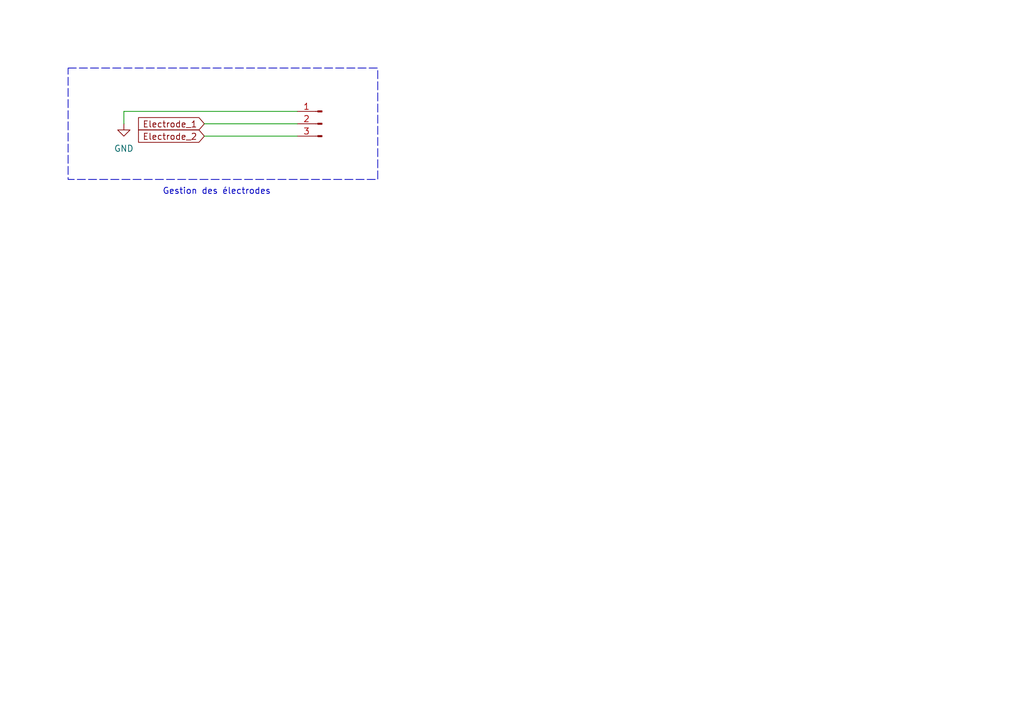
<source format=kicad_sch>
(kicad_sch (version 20231120) (generator "eeschema") (generator_version "8.0")
  (paper "A5")
  (lib_symbols
    (symbol "Connector:Conn_01x03_Pin" (pin_names (offset 1.016) hide)
      (property "Reference" "J" (at 0 5.08 0))
      (property "Value" "Conn_01x03_Pin" (at 0 -5.08 0))
      (symbol "Conn_01x03_Pin_1_1"
        (polyline (pts (xy 1.27 -2.54) (xy 0.8636 -2.54)) (stroke (width 0.1524)))
        (polyline (pts (xy 1.27 0) (xy 0.8636 0)) (stroke (width 0.1524)))
        (polyline (pts (xy 1.27 2.54) (xy 0.8636 2.54)) (stroke (width 0.1524)))
        (rectangle (start 0.8636 -2.413) (end 0 -2.667) (stroke (width 0.1524)) (fill (type outline)))
        (rectangle (start 0.8636 0.127) (end 0 -0.127) (stroke (width 0.1524)) (fill (type outline)))
        (rectangle (start 0.8636 2.667) (end 0 2.413) (stroke (width 0.1524)) (fill (type outline)))
        (pin passive line (at 5.08 2.54 180) (length 3.81) (name "Pin_1") (number "1"))
        (pin passive line (at 5.08 0 180) (length 3.81) (name "Pin_2") (number "2"))
        (pin passive line (at 5.08 -2.54 180) (length 3.81) (name "Pin_3") (number "3"))
      )
    )
    (symbol "power:GND" (power) (pin_numbers hide) (pin_names (offset 0) hide)
      (property "Value" "GND" (at 0 -3.81 0))
      (symbol "GND_0_1"
        (polyline (pts (xy 0 0) (xy 0 -1.27) (xy 1.27 -1.27) (xy 0 -2.54) (xy -1.27 -1.27) (xy 0 -1.27)))
      )
      (symbol "GND_1_1"
        (pin power_in line (at 0 0 270) (length 0) (name "~") (number "1"))
      )
    )
  )
  (wire (pts (xy 41.91 27.94) (xy 60.96 27.94)))
  (wire (pts (xy 41.91 25.4) (xy 60.96 25.4)))
  (wire (pts (xy 25.4 25.4) (xy 25.4 22.86)))
  (wire (pts (xy 25.4 22.86) (xy 60.96 22.86)))
  (rectangle (start 13.97 13.97) (end 77.47 36.83) (stroke (width 0) (type dash)))
  (text "Gestion des électrodes" (at 44.45 39.37 0) (effects (font (size 1.27 1.27))))
  (global_label "Electrode_2" (shape input) (at 41.91 27.94 180) (property "Intersheetrefs" "${INTERSHEET_REFS}" (effects (hide yes))))
  (global_label "Electrode_1" (shape input) (at 41.91 25.4 180) (property "Intersheetrefs" "${INTERSHEET_REFS}" (effects (hide yes))))
  (symbol (lib_id "Connector:Conn_01x03_Pin") (at 66.04 25.4 0) (mirror y) (unit 1)
    (property "Reference" "J1" (effects (hide yes)))
    (property "Value" "Conn_01x03_Pin" (effects (hide yes)))
    (property "Footprint" "Connector_PinHeader_1.00mm:PinHeader_1x03_P1.00mm_Vertical" (effects (hide yes)))
    (property "Description" "Generic connector, single row, 01x03, script generated" (effects (hide yes)))
  )
  (symbol (lib_id "power:GND") (at 25.4 25.4 0) (unit 1)
    (property "Reference" "#PWR01" (effects (hide yes)))
    (property "Value" "GND" (at 25.4 30.48 0))
    (property "Description" "Power symbol creates a global label with name \"GND\" , ground" (effects (hide yes)))
  )
)
</source>
